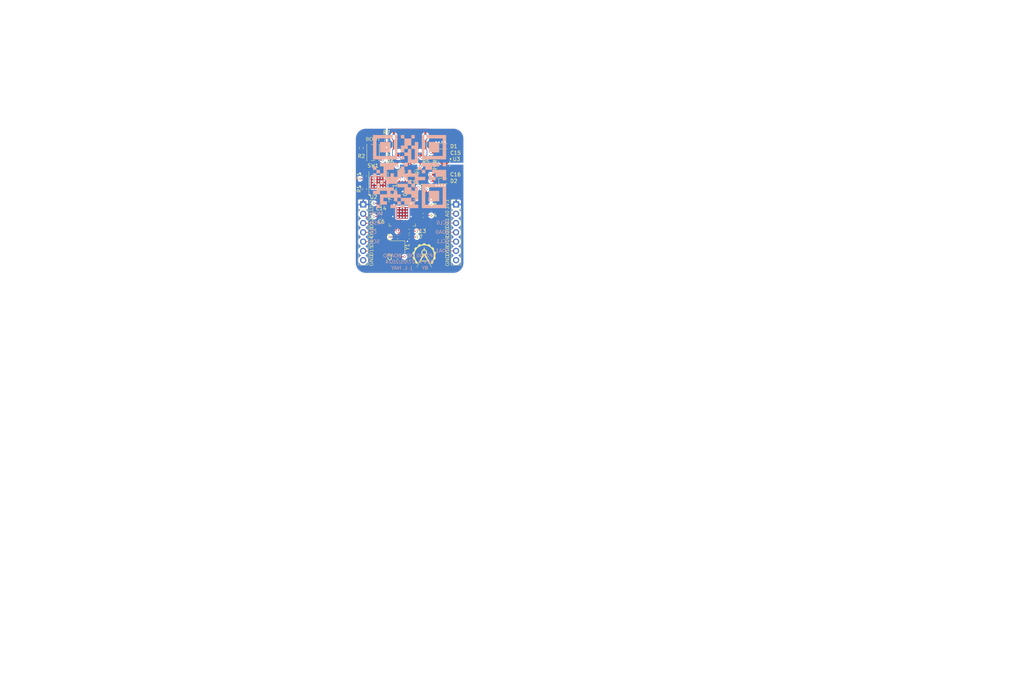
<source format=kicad_pcb>
(kicad_pcb (version 20221018) (generator pcbnew)
  (layers (0 "F.Cu" signal) (1 "In1.Cu" signal) (2 "In2.Cu" signal) (31 "B.Cu" signal) (34 "B.Paste" user) (35 "F.Paste" user) (36 "B.SilkS" user "B.Silkscreen") (37 "F.SilkS" user "F.Silkscreen") (38 "B.Mask" user) (39 "F.Mask" user) (44 "Edge.Cuts" user))
  (net 0 "")
  (net 1 "/CTR_PIO7")
  (net 2 "/SNS_ADC3")
  (net 3 "/CTR_PIO22")
  (net 4 "Net-(R2-Pad1)")
  (net 5 "/USB_D_P")
  (net 6 "/CTR_PIO21")
  (net 7 "/CTR_PIO10")
  (net 8 "/CTR_PIO0")
  (net 9 "/USB_D_N")
  (net 10 "/CONN_USB_D_P")
  (net 11 "/CONN_USB_D_N")
  (net 12 "/PWR_MCU_1V1")
  (net 13 "/FLASH_D3")
  (net 14 "/FLASH_CLK")
  (net 15 "/FLASH_D0")
  (net 16 "/FLASH_D2")
  (net 17 "/FLASH_D1")
  (net 18 "/FLASH_~{CS}")
  (net 19 "GND")
  (net 20 "/PWR_3V3")
  (net 21 "Net-(J1-CC1)")
  (net 22 "Net-(J1-CC2)")
  (net 23 "/PWR_5V")
  (net 26 "Earth")
  (net 27 "/MCU_XIN")
  (net 28 "/MCU_XOUT")
  (net 29 "/SNS_ADC0")
  (net 30 "/CTR_PIO25")
  (net 31 "/CTR_PIO24")
  (net 32 "/CTR_PIO23")
  (net 33 "/CTR_PIO20")
  (net 34 "/CTR_PIO19")
  (net 35 "/CTR_PIO18")
  (net 36 "/CTR_PIO17")
  (net 37 "/CTR_PIO16")
  (net 38 "/~{MCU_RESET}")
  (net 39 "/MCU_SWDIO")
  (net 40 "/MCU_SWCLK")
  (net 41 "/CTR_PIO15")
  (net 42 "/CTR_PIO14")
  (net 43 "/CTR_PIO13")
  (net 44 "/CTR_PIO12")
  (net 45 "/CTR_PIO11")
  (net 46 "/CTR_PIO9")
  (net 47 "/CTR_PIO8")
  (net 48 "/CTR_PIO6")
  (net 49 "/CTR_PIO5")
  (net 50 "/CTR_PIO4")
  (net 51 "/CTR_PIO3")
  (net 52 "/CTR_PIO2")
  (net 53 "/CTR_PIO1")
  (net 54 "/SNS_ADC2")
  (net 55 "/SNS_ADC1")
  (net 57 "Net-(D1-K)")
  (net 58 "Net-(D2-K)")
  (footprint "LED_SMD:LED_0603_1608Metric" (layer "F.Cu") (at 131.45 50)
    (fp_text reference "D1")
    (fp_text value "LED_Y")
  )
  (footprint "Capacitor_SMD:C_0603_1608Metric" (layer "F.Cu") (at 131.45 57.7 180)
    (fp_text reference "C16")
    (fp_text value "1u")
  )
  (footprint "Package_DFN_QFN:QFN-56-1EP_7x7mm_P0.4mm_EP3.2x3.2mm" (layer "F.Cu") (at 120 68.2)
    (fp_text reference "U1")
    (fp_text value "RP2040")
  )
  (footprint "Capacitor_SMD:C_0603_1608Metric" (layer "F.Cu") (at 125.775 66.1)
    (fp_text reference "C8")
    (fp_text value "100n")
  )
  (footprint "Crystal:Crystal_SMD_Abracon_ABM8AIG-4Pin_3.2x2.5mm" (layer "F.Cu") (at 118.7 77.5 180)
    (fp_text reference "Y1")
    (fp_text value "12MHz")
  )
  (footprint "Resistor_SMD:R_0603_1608Metric" (layer "F.Cu") (at 119.425 54.2 180)
    (fp_text reference "R6")
    (fp_text value "5k1")
  )
  (footprint "Package_TO_SOT_SMD:SOT-23-5" (layer "F.Cu") (at 131.45 54.7625 -90)
    (fp_text reference "U3")
    (fp_text value "TLV70233")
  )
  (footprint "Connector_PinHeader_2.54mm:PinHeader_1x07_P2.54mm_Vertical" (layer "F.Cu") (at 134.7 65.9)
    (fp_text reference "J2" hide)
    (fp_text value "Conn_01x07")
  )
  (footprint "Connector_PinHeader_2.54mm:PinHeader_1x07_P2.54mm_Vertical" (layer "F.Cu") (at 109.3 65.9)
    (fp_text reference "J3" hide)
    (fp_text value "Conn_01x07")
  )
  (footprint "Resistor_SMD:R_0603_1608Metric" (layer "F.Cu") (at 109.695 61.7 -90)
    (fp_text reference "R1")
    (fp_text value "10k")
  )
  (footprint "LOGO" (layer "F.Cu") (at 126 79.9)
    (fp_text reference "G***" hide)
    (fp_text value "LOGO" hide)
  )
  (footprint "LED_SMD:LED_0603_1608Metric" (layer "F.Cu") (at 131.45 59.5)
    (fp_text reference "D2")
    (fp_text value "LED_Y")
  )
  (footprint "Capacitor_SMD:C_0603_1608Metric" (layer "F.Cu") (at 125.775 64.5)
    (fp_text reference "C9")
    (fp_text value "100n")
  )
  (footprint "Capacitor_SMD:C_0603_1608Metric" (layer "F.Cu") (at 118.7 80.2 180)
    (fp_text reference "C2")
    (fp_text value "15p")
  )
  (footprint "Capacitor_SMD:C_0603_1608Metric" (layer "F.Cu") (at 131.45 51.8 180)
    (fp_text reference "C15")
    (fp_text value "1u")
  )
  (footprint "Capacitor_SMD:C_0603_1608Metric" (layer "F.Cu") (at 120.8 60.8 90)
    (fp_text reference "C5")
    (fp_text value "100n")
  )
  (footprint "Capacitor_SMD:C_0603_1608Metric" (layer "F.Cu") (at 118.7 74.8)
    (fp_text reference "C3")
    (fp_text value "15p")
  )
  (footprint "Resistor_SMD:R_0603_1608Metric" (layer "F.Cu") (at 124.075 54.2)
    (fp_text reference "R5")
    (fp_text value "5k1")
  )
  (footprint "Button_Switch_SMD:SW_SPST_PTS810" (layer "F.Cu") (at 112 51.7 90)
    (fp_text reference "SW1")
    (fp_text value "BOOT_SEL")
  )
  (footprint "Resistor_SMD:R_0603_1608Metric" (layer "F.Cu") (at 129 58.6 90)
    (fp_text reference "R9")
    (fp_text value "1k")
  )
  (footprint "Connector_USB:USB_C_Receptacle_GCT_USB4105-xx-A_16P_TopMnt_Horizontal" (layer "F.Cu") (at 122 48.6 180)
    (fp_text reference "J1")
    (fp_text value "USB_C_Receptacle_USB2.0_16P")
  )
  (footprint "Capacitor_SMD:C_0603_1608Metric" (layer "F.Cu") (at 125.775 62.9)
    (fp_text reference "C10")
    (fp_text value "1u")
  )
  (footprint "Resistor_SMD:R_0603_1608Metric" (layer "F.Cu") (at 121.2 56.825 -90)
    (fp_text reference "R3")
    (fp_text value "27R")
  )
  (footprint "Capacitor_SMD:C_0603_1608Metric" (layer "F.Cu") (at 123.2 62 90)
    (fp_text reference "C11")
    (fp_text value "1u")
  )
  (footprint "Resistor_SMD:R_0603_1608Metric" (layer "F.Cu") (at 122.8 56.825 -90)
    (fp_text reference "R4")
    (fp_text value "27R")
  )
  (footprint "Resistor_SMD:R_0603_1608Metric" (layer "F.Cu") (at 108.8 50.45 -90)
    (fp_text reference "R2")
    (fp_text value "1k")
  )
  (footprint "Capacitor_SMD:C_0603_1608Metric" (layer "F.Cu") (at 114.2 65.6 180)
    (fp_text reference "C14")
    (fp_text value "100n")
  )
  (footprint "Capacitor_SMD:C_0603_1608Metric" (layer "F.Cu") (at 121.9 73.2)
    (fp_text reference "C13")
    (fp_text value "100n")
  )
  (footprint "Capacitor_SMD:C_0603_1608Metric" (layer "F.Cu") (at 119.2 60.8 90)
    (fp_text reference "C12")
    (fp_text value "100n")
  )
  (footprint "Capacitor_SMD:C_0603_1608Metric" (layer "F.Cu") (at 109.695 58.1 -90)
    (fp_text reference "C1")
    (fp_text value "100n")
  )
  (footprint "Capacitor_SMD:C_0603_1608Metric" (layer "F.Cu") (at 121.9 74.8)
    (fp_text reference "C7")
    (fp_text value "100n")
  )
  (footprint "Capacitor_SMD:C_0603_1608Metric" (layer "F.Cu") (at 125.775 68.9)
    (fp_text reference "C4")
    (fp_text value "100n")
  )
  (footprint "Package_SON:WSON-8-1EP_6x5mm_P1.27mm_EP3.4x4.3mm" (layer "F.Cu") (at 113.495 59.9 90)
    (fp_text reference "U2")
    (fp_text value "W25Q128")
  )
  (footprint "Capacitor_SMD:C_0603_1608Metric" (layer "F.Cu") (at 114.2 69.2 180)
    (fp_text reference "C6")
    (fp_text value "100n")
  )
  (footprint "Resistor_SMD:R_0603_1608Metric" (layer "F.Cu") (at 129 50.9 -90)
    (fp_text reference "R8")
    (fp_text value "1k")
  )
  (footprint "Resistor_SMD:R_0603_1608Metric" (layer "F.Cu") (at 115.7 48.35 -90)
    (fp_text reference "R7")
    (fp_text value "0R")
  )
  (footprint "LOGO" (layer "B.Cu") (at 122 56.9 180)
    (fp_text reference "G***" hide)
    (fp_text value "LOGO" hide)
  )
  (gr_arc (start 134 44.9) (mid 136.12132 45.77868) (end 137 47.9) (stroke (width 0.05)) (layer "Edge.Cuts"))
  (gr_line (start 137 47.9) (end 137 81.9) (stroke (width 0.05)) (layer "Edge.Cuts"))
  (gr_line (start 134 84.9) (end 110 84.9) (stroke (width 0.05)) (layer "Edge.Cuts"))
  (gr_arc (start 137 81.9) (mid 136.12132 84.02132) (end 134 84.9) (stroke (width 0.05)) (layer "Edge.Cuts"))
  (gr_line (start 110 44.9) (end 134 44.9) (stroke (width 0.05)) (layer "Edge.Cuts"))
  (gr_line (start 107 81.9) (end 107 47.9) (stroke (width 0.05)) (layer "Edge.Cuts"))
  (gr_arc (start 110 84.9) (mid 107.87868 84.02132) (end 107 81.9) (stroke (width 0.05)) (layer "Edge.Cuts"))
  (gr_arc (start 107 47.9) (mid 107.87868 45.77868) (end 110 44.9) (stroke (width 0.05)) (layer "Edge.Cuts"))
  (gr_text "MOSI" (at 111.1 68.45) (layer "B.SilkS") (effects (font (size 1 1)) (justify right mirror)))
  (gr_text "MISO" (at 111.1 71) (layer "B.SilkS") (effects (font (size 1 1)) (justify right mirror)))
  (gr_text "~{CS}" (at 111.1 73.55) (layer "B.SilkS") (effects (font (size 1 1)) (justify right mirror)))
  (gr_text "SDA0" (at 132.85 73.5) (layer "B.SilkS") (effects (font (size 1 1)) (justify left mirror)))
  (gr_text "RP2040 DEV. BOARD\nREV A  27/05/2024\nBY      J. L. HAY" (at 122 83.9) (layer "B.SilkS") (effects (font (size 1 1)) (justify bottom mirror)))
  (gr_text "SDA1" (at 132.85 78.6) (layer "B.SilkS") (effects (font (size 1 1)) (justify left mirror)))
  (gr_text "SCK" (at 111.05 76.1) (layer "B.SilkS") (effects (font (size 1 1)) (justify right mirror)))
  (gr_text "SCL1" (at 132.85 76.05) (layer "B.SilkS") (effects (font (size 1 1)) (justify left mirror)))
  (gr_text "SCL0" (at 132.9 70.95) (layer "B.SilkS") (effects (font (size 1 1)) (justify left mirror)))
  (gr_text "3V3" (at 132.35 65.9 90) (layer "F.SilkS") (effects (font (size 1 1))))
  (gr_text "D18" (at 132.4 78.6 90) (layer "F.SilkS") (effects (font (size 1 1))))
  (gr_text "D13" (at 111.6 73.55 90) (layer "F.SilkS") (effects (font (size 1 1))))
  (gr_text "D20" (at 132.4 73.5 90) (layer "F.SilkS") (effects (font (size 1 1))))
  (gr_text "D11" (at 111.6 68.45 90) (layer "F.SilkS") (effects (font (size 1 1))))
  (gr_text "GND" (at 132.4 81.2 90) (layer "F.SilkS") (effects (font (size 1 1))))
  (gr_text "GND" (at 111.6 81.15 90) (layer "F.SilkS") (effects (font (size 1 1))))
  (gr_text "D14" (at 111.6 76.05 90) (layer "F.SilkS") (effects (font (size 1 1))))
  (gr_text "D15" (at 111.6 78.6 90) (layer "F.SilkS") (effects (font (size 1 1))))
  (gr_text "D19" (at 132.4 76.05 90) (layer "F.SilkS") (effects (font (size 1 1))))
  (gr_text "BOOT" (at 112 48.1) (layer "F.SilkS") (effects (font (size 1 1))))
  (gr_text "D12" (at 111.6 70.95 90) (layer "F.SilkS") (effects (font (size 1 1))))
  (gr_text "D21" (at 132.35 71 90) (layer "F.SilkS") (effects (font (size 1 1))))
  (gr_text "A0" (at 132.35 68.45 90) (layer "F.SilkS") (effects (font (size 1 1))))
  (gr_text "3V3" (at 111.6 65.9 90) (layer "F.SilkS") (effects (font (size 1 1))))
  (segment (start 110.925 49.625) (end 108.8 49.625) (width 0.2) (layer "F.Cu") (net 4))
  (segment (start 110.925 49.625) (end 110.925 53.775) (width 0.2) (layer "F.Cu") (net 4))
  (segment (start 121.758 58.920501) (end 121.758 62.4) (width 0.284) (layer "F.Cu") (net 5))
  (segment (start 121.2 57.65) (end 121.2 58.362501) (width 0.284) (layer "F.Cu") (net 5))
  (segment (start 121 64.7625) (end 121 63.434314) (width 0.2) (layer "F.Cu") (net 5))
  (segment (start 121.758 62.676314) (end 121.758 62.4) (width 0.2) (layer "F.Cu") (net 5))
  (segment (start 121.2 58.362501) (end 121.758 58.920501) (width 0.284) (layer "F.Cu") (net 5))
  (segment (start 121 63.434314) (end 121.758 62.676314) (width 0.2) (layer "F.Cu") (net 5))
  (segment (start 124.45 69.6) (end 125.15 70.3) (width 0.2) (layer "F.Cu") (net 6))
  (segment (start 125.15 70.3) (end 132.2 70.3) (width 0.2) (layer "F.Cu") (net 6))
  (segment (start 132.88 70.98) (end 134.7 70.98) (width 0.2) (layer "F.Cu") (net 6))
  (segment (start 132.2 70.3) (end 132.88 70.98) (width 0.2) (layer "F.Cu") (net 6))
  (segment (start 123.4375 69.6) (end 124.45 69.6) (width 0.2) (layer "F.Cu") (net 6))
  (segment (start 121.4 64.7625) (end 121.4 63.6) (width 0.2) (layer "F.Cu") (net 9))
  (segment (start 122.242 62.758) (end 122.242 62.4) (width 0.2) (layer "F.Cu") (net 9))
  (segment (start 122.8 57.65) (end 122.8 58.362501) (width 0.284) (layer "F.Cu") (net 9))
  (segment (start 121.4 63.6) (end 122.242 62.758) (width 0.2) (layer "F.Cu") (net 9))
  (segment (start 122.8 58.362501) (end 122.242 58.920501) (width 0.284) (layer "F.Cu") (net 9))
  (segment (start 122.242 58.920501) (end 122.242 62.4) (width 0.284) (layer "F.Cu") (net 9))
  (segment (start 121.25 53.142501) (end 121.258 53.150501) (width 0.284) (layer "F.Cu") (net 10))
  (segment (start 122.25 51.613194) (end 122.25 52.28) (width 0.284) (layer "F.Cu") (net 10))
  (segment (start 121.258 53.60024) (end 121.758 54.10024) (width 0.284) (layer "F.Cu") (net 10))
  (segment (start 121.999806 51.363) (end 122.25 51.613194) (width 0.284) (layer "F.Cu") (net 10))
  (segment (start 121.25 52.28) (end 121.25 53.142501) (width 0.284) (layer "F.Cu") (net 10))
  (segment (start 121.500194 51.363) (end 121.999806 51.363) (width 0.284) (layer "F.Cu") (net 10))
  (segment (start 121.258 53.150501) (end 121.258 53.60024) (width 0.284) (layer "F.Cu") (net 10))
  (segment (start 121.25 52.28) (end 121.25 51.613194) (width 0.284) (layer "F.Cu") (net 10))
  (segment (start 121.758 54.729499) (end 121.2 55.287499) (width 0.284) (layer "F.Cu") (net 10))
  (segment (start 121.758 54.10024) (end 121.758 54.729499) (width 0.284) (layer "F.Cu") (net 10))
  (segment (start 121.2 55.287499) (end 121.2 56) (width 0.284) (layer "F.Cu") (net 10))
  (segment (start 121.25 51.613194) (end 121.500194 51.363) (width 0.284) (layer "F.Cu") (net 10))
  (segment (start 122.8 55.287499) (end 122.8 56) (width 0.284) (layer "F.Cu") (net 11))
  (segment (start 121.75 53.142501) (end 121.742 53.150501) (width 0.284) (layer "F.Cu") (net 11))
  (segment (start 121.742 53.150501) (end 121.742 53.39976) (width 0.284) (layer "F.Cu") (net 11))
  (segment (start 122.242 53.89976) (end 122.75 53.39176) (width 0.284) (layer "F.Cu") (net 11))
  (segment (start 122.242 54.729499) (end 122.8 55.287499) (width 0.284) (layer "F.Cu") (net 11))
  (segment (start 121.75 52.28) (end 121.75 53.142501) (width 0.284) (layer "F.Cu") (net 11))
  (segment (start 121.742 53.39976) (end 122.242 53.89976) (width 0.284) (layer "F.Cu") (net 11))
  (segment (start 122.75 53.39176) (end 122.75 52.28) (width 0.284) (layer "F.Cu") (net 11))
  (segment (start 122.242 53.89976) (end 122.242 54.729499) (width 0.284) (layer "F.Cu") (net 11))
  (segment (start 119.2 62.6) (end 119.2 61.575) (width 0.2) (layer "F.Cu") (net 12))
  (segment (start 122.2 63.4) (end 122.575 63.4) (width 0.2) (layer "F.Cu") (net 12))
  (segment (start 118.8 65.7) (end 119.5 65.7) (width 0.2) (layer "F.Cu") (net 12))
  (segment (start 119.8 65.4) (end 119.8 64.7625) (width 0.2) (layer "F.Cu") (net 12))
  (segment (start 119.8 64.7625) (end 119.8 63.2) (width 0.2) (layer "F.Cu") (net 12))
  (segment (start 121.6 65.7) (end 120.1 65.7) (width 0.2) (layer "F.Cu") (net 12))
  (segment (start 121.8 65.5) (end 121.6 65.7) (width 0.2) (layer "F.Cu") (net 12))
  (segment (start 120.1 65.7) (end 119.8 65.4) (width 0.2) (layer "F.Cu") (net 12))
  (segment (start 120.6 71.10364) (end 120.395782 70.899422) (width 0.2) (layer "F.Cu") (net 12))
  (segment (start 119.5 65.7) (end 119.8 65.4) (width 0.2) (layer "F.Cu") (net 12))
  (segment (start 118 66.5) (end 118.8 65.7) (width 0.2) (layer "F.Cu") (net 12))
  (segment (start 118.3 70.2) (end 118 69.9) (width 0.2) (layer "F.Cu") (net 12))
  (segment (start 120.395782 70.895782) (end 119.7 70.2) (width 0.2) (layer "F.Cu") (net 12))
  (segment (start 122.575 63.4) (end 123.2 62.775) (width 0.2) (layer "F.Cu") (net 12))
  (segment (start 119.8 63.2) (end 119.2 62.6) (width 0.2) (layer "F.Cu") (net 12))
  (segment (start 121.8 64.7625) (end 121.8 65.5) (width 0.2) (layer "F.Cu") (net 12))
  (segment (start 121.8 63.8) (end 122.2 63.4) (width 0.2) (layer "F.Cu") (net 12))
  (segment (start 120.6 72.675) (end 121.125 73.2) (width 0.2) (layer "F.Cu") (net 12))
  (segment (start 120.395782 70.899422) (end 120.395782 70.895782) (width 0.2) (layer "F.Cu") (net 12))
  (segment (start 120.6 71.6375) (end 120.6 72.675) (width 0.2) (layer "F.Cu") (net 12))
  (segment (start 121.8 64.7625) (end 121.8 63.8) (width 0.2) (layer "F.Cu") (net 12))
  (segment (start 118 69.9) (end 118 66.5) (width 0.2) (layer "F.Cu") (net 12))
  (segment (start 120.6 71.6375) (end 120.6 71.10364) (width 0.2) (layer "F.Cu") (net 12))
  (segment (start 119.7 70.2) (end 118.3 70.2) (width 0.2) (layer "F.Cu") (net 12))
  (segment (start 119.4 64.7625) (end 119.4 63.365686) (width 0.2) (layer "F.Cu") (net 13))
  (segment (start 112.86 56.54) (end 112.86 57.2) (width 0.2) (layer "F.Cu") (net 13))
  (segment (start 116.8 55.5) (end 113.9 55.5) (width 0.2) (layer "F.Cu") (net 13))
  (segment (start 113.9 55.5) (end 112.86 56.54) (width 0.2) (layer "F.Cu") (net 13))
  (segment (start 118.2 56.9) (end 116.8 55.5) (width 0.2) (layer "F.Cu") (net 13))
  (segment (start 118.2 62.165686) (end 118.2 56.9) (width 0.2) (layer "F.Cu") (net 13))
  (segment (start 119.4 63.365686) (end 118.2 62.165686) (width 0.2) (layer "F.Cu") (net 13))
  (segment (start 119 64.7625) (end 119 63.602942) (width 0.2) (layer "F.Cu") (net 14))
  (segment (start 119 63.602942) (end 119 63.7) (width 0.2) (layer "F.Cu") (net 14))
  (segment (start 116.4 56.2) (end 117.5 57.3) (width 0.2) (layer "F.Cu") (net 14))
  (segment (start 114.13 56.47) (end 114.4 56.2) (width 0.2) (layer "F.Cu") (net 14))
  (segment (start 117.5 62.102942) (end 119 63.602942) (width 0.2) (layer "F.Cu") (net 14))
  (segment (start 117.5 57.3) (end 117.5 62.102942) (width 0.2) (layer "F.Cu") (net 14))
  (segment (start 114.4 56.2) (end 116.4 56.2) (width 0.2) (layer "F.Cu") (net 14))
  (segment (start 114.13 57.2) (end 114.13 56.47) (width 0.2) (layer "F.Cu") (net 14))
  (segment (start 116.8 57.6) (end 116.4 57.2) (width 0.2) (layer "F.Cu") (net 15))
  (segment (start 116.8 61.968628) (end 116.8 57.6) (width 0.2) (layer "F.Cu") (net 15))
  (segment (start 118.6 63.768628) (end 116.8 61.968628) (width 0.2) (layer "F.Cu") (net 15))
  (segment (start 118.6 64.7625) (end 118.6 63.768628) (width 0.2) (layer "F.Cu") (net 15))
  (segment (start 116.4 57.2) (end 115.4 57.2) (width 0.2) (layer "F.Cu") (net 15))
  (segment (start 114.4 63.6) (end 115.9 63.6) (width 0.2) (layer "F.Cu") (net 16))
  (segment (start 116.4 63.1) (end 117.365686 63.1) (width 0.2) (layer "F.Cu") (net 16))
  (segment (start 117.365686 63.1) (end 118.2 63.934314) (width 0.2) (layer "F.Cu") (net 16))
  (segment (start 114.13 63.33) (end 114.4 63.6) (width 0.2) (layer "F.Cu") (net 16))
  (segment (start 115.9 63.6) (end 116.4 63.1) (width 0.2) (layer "F.Cu") (net 16))
  (segment (start 114.13 62.6) (end 114.13 63.33) (width 0.2) (layer "F.Cu") (net 16))
  (segment (start 118.2 63.934314) (end 118.2 64.7625) (width 0.2) (layer "F.Cu") (net 16))
  (segment (start 117.8 64.7625) (end 117.8 64.1) (width 0.2) (layer "F.Cu") (net 17))
  (segment (start 116.2 64.2) (end 113.4 64.2) (width 0.2) (layer "F.Cu") (net 17))
  (segment (start 117.4 63.7) (end 116.7 63.7) (width 0.2) (layer "F.Cu") (net 17))
  (segment (start 112.86 63.66) (end 112.86 62.6) (width 0.2) (layer "F.Cu") (net 17))
  (segment (start 113.4 64.2) (end 112.86 63.66) (width 0.2) (layer "F.Cu") (net 17))
  (segment (start 116.7 63.7) (end 116.2 64.2) (width 0.2) (layer "F.Cu") (net 17))
  (segment (start 117.8 64.1) (end 117.4 63.7) (width 0.2) (layer "F.Cu") (net 17))
  (segment (start 111.59 62.6) (end 111.49 62.5) (width 0.2) (layer "F.Cu") (net 18))
  (segment (start 111.59 63.39) (end 111.59 62.6) (width 0.2) (layer "F.Cu") (net 18))
  (segment (start 113 64.8) (end 111.59 63.39) (width 0.2) (layer "F.Cu") (net 18))
  (segment (start 108.825 62.525) (end 109.695 62.525) (width 0.2) (layer "F.Cu") (net 18))
  (segment (start 117.3625 64.8) (end 113 64.8) (width 0.2) (layer "F.Cu") (net 18))
  (segment (start 108.8 51.275) (end 108.8 52.5) (width 0.2) (layer "F.Cu") (net 18))
  (segment (start 107.8 61.5) (end 108.825 62.525) (width 0.2) (layer "F.Cu") (net 18))
  (segment (start 107.8 53.5) (end 107.8 61.5) (width 0.2) (layer "F.Cu") (net 18))
  (segment (start 117.4 64.7625) (end 117.3625 64.8) (width 0.2) (layer "F.Cu") (net 18))
  (segment (start 109.72 62.5) (end 109.695 62.525) (width 0.2) (layer "F.Cu") (net 18))
  (segment (start 108.8 52.5) (end 107.8 53.5) (width 0.2) (layer "F.Cu") (net 18))
  (segment (start 111.49 62.5) (end 109.72 62.5) (width 0.2) (layer "F.Cu") (net 18))
  (segment (start 117.925 74.8) (end 117.925 75.575) (width 0.2) (layer "F.Cu") (net 19))
  (segment (start 131.45 52.575) (end 130.675 51.8) (width 0.5) (layer "F.Cu") (net 19))
  (segment (start 129 51.725) (end 127.8625 51.725) (width 0.5) (layer "F.Cu") (net 19))
  (segment (start 119.475 80.2) (end 119.475 79.475) (width 0.2) (layer "F.Cu") (net 19))
  (segment (start 127.9 68.9) (end 126.55 68.9) (width 0.2) (layer "F.Cu") (net 19))
  (segment (start 124.348272 61.225) (end 123.2 61.225) (width 0.2) (layer "F.Cu") (net 19))
  (segment (start 130.675 57.7) (end 130.6 57.775) (width 0.5) (layer "F.Cu") (net 19))
  (segment (start 118.67563 73.27563) (end 119 72.95126) (width 0.2) (layer "F.Cu") (net 19))
  (segment (start 112.3 65.6) (end 113.425 65.6) (width 0.2) (layer "F.Cu") (net 19))
  (segment (start 130.675 51.8) (end 130.6 51.725) (width 0.5) (layer "F.Cu") (net 19))
  (segment (start 131.45 53.625) (end 131.45 52.575) (width 0.5) (layer "F.Cu") (net 19))
  (segment (start 124 73.2) (end 122.675 73.2) (width 0.2) (layer "F.Cu") (net 19))
  (segment (start 113.075 53.775) (end 113.075 49.625) (width 0.2) (layer "F.Cu") (net 19))
  (segment (start 114.475 53.775) (end 114.6 53.9) (width 0.2) (layer "F.Cu") (net 19))
  (segment (start 125.2 53) (end 125.2 52.28) (width 0.4) (layer "F.Cu") (net 19))
  (segment (start 113.075 53.775) (end 114.475 53.775) (width 0.2) (layer "F.Cu") (net 19))
  (segment (start 115.4 62.6) (end 115.4 61.405) (width 0.2) (layer "F.Cu") (net 19))
  (segment (start 119.8 79.15) (end 119.8 78.3) (width 0.2) (layer "F.Cu") (net 19))
  (segment (start 127.8625 51.725) (end 127.8375 51.7) (width 0.5) (layer "F.Cu") (net 19))
  (segment (start 115.4 61.405) (end 115.095 61.1) (width 0.2) (layer "F.Cu") (net 19))
  (segment (start 115.7 49.175) (end 115.7 50.3) (width 0.5) (layer "F.Cu") (net 19))
  (segment (start 117.925 75.575) (end 117.6 75.9) (width 0.2) (layer "F.Cu") (net 19))
  (segment (start 130.6 57.775) (end 129 57.775) (width 0.5) (layer "F.Cu") (net 19))
  (segment (start 119 72.95126) (end 119 71.6375) (width 0.2) (layer "F.Cu") (net 19))
  (segment (start 126.55 62.9) (end 126.55 61.8) (width 0.2) (layer "F.Cu") (net 19))
  (segment (start 119.2 59) (end 119.2 60.025) (width 0.2) (layer "F.Cu") (net 19))
  (segment (start 118.8 53) (end 118.8 52.28) (width 0.4) (layer "F.Cu") (net 19))
  (segment (start 119.475 79.475) (end 119.8 79.15) (width 0.2) (layer "F.Cu") (net 19))
  (segment (start 118.6 54.2) (end 118.6 55.4) (width 0.2) (layer "F.Cu") (net 19))
  (segment (start 108.4 58.875) (end 109.695 58.875) (width 0.2) (layer "F.Cu") (net 19))
  (segment (start 120.6 80.2) (end 119.475 80.2) (width 0.2) (layer "F.Cu") (net 19))
  (segment (start 126.55 66.1) (end 127.9 66.1) (width 0.2) (layer "F.Cu") (net 19))
  (segment (start 127.9 64.5) (end 126.55 64.5) (width 0.2) (layer "F.Cu") (net 19))
  (segment (start 124 74.8) (end 122.675 74.8) (width 0.2) (layer "F.Cu") (net 19))
  (segment (start 130.6 51.725) (end 129 51.725) (width 0.5) (layer "F.Cu") (net 19))
  (segment (start 120.8 59) (end 120.8 60.025) (width 0.2) (layer "F.Cu") (net 19))
  (segment (start 117.6 75.9) (end 117.6 76.7) (width 0.2) (layer "F.Cu") (net 19))
  (segment (start 129 57.775) (end 127.925 57.775) (width 0.5) (layer "F.Cu") (net 19))
  (segment (start 116.6 74.8) (end 117.925 74.8) (width 0.2) (layer "F.Cu") (net 19))
  (segment (start 112.3 69.2) (end 113.425 69.2) (width 0.2) (layer "F.Cu") (net 19))
  (segment (start 124.9 54.2) (end 124.9 55.4) (width 0.2) (layer "F.Cu") (net 19))
  (via (at 121.2 67.8) (size 0.6) (drill 0.4) (layers "F.Cu" "B.Cu") (net 19))
  (via (at 111.895 58.7) (size 0.6) (drill 0.4) (layers "F.Cu" "B.Cu") (net 19))
  (via (at 112.695 59.5) (size 0.6) (drill 0.4) (layers "F.Cu" "B.Cu") (net 19))
  (via (at 115.7 50.3) (size 0.6) (drill 0.4) (layers "F.Cu" "B.Cu") (net 19))
  (via (at 115.095 60.3) (size 0.6) (drill 0.4) (layers "F.Cu" "B.Cu") (net 19))
  (via (at 114.6 53.775) (size 0.6) (drill 0.4) (layers "F.Cu" "B.Cu") (net 19))
  (via (at 118.8 67) (size 0.6) (drill 0.4) (layers "F.Cu" "B.Cu") (net 19))
  (via (at 118.8 67.8) (size 0.6) (drill 0.4) (layers "F.Cu" "B.Cu") (net 19))
  (via (at 115.095 59.5) (size 0.6) (drill 0.4) (layers "F.Cu" "B.Cu") (net 19))
  (via (at 118.8 68.6) (size 0.6) (drill 0.4) (layers "F.Cu" "B.Cu") (net 19))
  (via (at 113.495 59.5) (size 0.6) (drill 0.4) (layers "F.Cu" "B.Cu") (net 19))
  (via (at 120.4 69.4) (size 0.6) (drill 0.4) (layers "F.Cu" "B.Cu") (net 19))
  (via (at 127.85 57.775) (size 0.6) (drill 0.4) (layers "F.Cu" "B.Cu") (net 19))
  (via (at 118.67563 73.27563) (size 0.6) (drill 0.4) (layers "F.Cu" "B.Cu") (net 19))
  (via (at 120.4 67.8) (size 0.6) (drill 0.4) (layers "F.Cu" "B.Cu") (net 19))
  (via (at 119.6 69.4) (size 0.6) (drill 0.4) (layers "F.Cu" "B.Cu") (net 19))
  (via (at 119.6 67.8) (size 0.6) (drill 0.4) (layers "F.Cu" "B.Cu") (net 19))
  (via (at 114.295 59.5) (size 0.6) (drill 0.4) (layers "F.Cu" "B.Cu") (net 19))
  (via (at 120.4 67) (size 0.6) (drill 0.4) (layers "F.Cu" "B.Cu") (net 19))
  (via (at 120.8 59) (size 0.6) (drill 0.4) (layers "F.Cu" "B.Cu") (net 19))
  (via (at 112.3 65.6) (size 0.6) (drill 0.4) (layers "F.Cu" "B.Cu") (net 19))
  (via (at 124 73.2) (size 0.6) (drill 0.4) (layers "F.Cu" "B.Cu") (net 19))
  (via (at 115.095 61.1) (size 0.6) (drill 0.4) (layers "F.Cu" "B.Cu") (net 19))
  (via (at 112.695 60.3) (size 0.6) (drill 0.4) (layers "F.Cu" "B.Cu") (net 19))
  (via (at 127.8375 51.725) (size 0.6) (drill 0.4) (layers "F.Cu" "B.Cu") (net 19))
  (via (at 127.9 64.5) (size 0.6) (drill 0.4) (layers "F.Cu" "B.Cu") (net 19))
  (via (at 118.6 55.4) (size 0.6) (drill 0.4) (layers "F.Cu" "B.Cu") (net 19))
  (via (at 112.695 61.1) (size 0.6) (drill 0.4) (layers "F.Cu" "B.Cu") (net 19))
  (via (at 112.3 69.2) (size 0.6) (drill 0.4) (layers "F.Cu" "B.Cu") (net 19))
  (via (at 113.495 61.1) (size 0.6) (drill 0.4) (layers "F.Cu" "B.Cu") (net 19))
  (via (at 112.695 58.7) (size 0.6) (drill 0.4) (layers "F.Cu" "B.Cu") (net 19))
  (via (at 120.6 80.2) (size 0.6) (drill 0.4) (layers "F.Cu" "B.Cu") (net 19))
  (via (at 119.6 68.6) (size 0.6) (drill 0.4) (layers "F.Cu" "B.Cu") (net 19))
  (via (at 125.2 53) (size 0.6) (drill 0.4) (layers "F.Cu" "B.Cu") (net 19))
  (via (at 114.295 60.3) (size 0.6) (drill 0.4) (layers "F.Cu" "B.Cu") (net 19))
  (via (at 124.9 55.4) (size 0.6) (drill 0.4) (layers "F.Cu" "B.Cu") (net 19))
  (via (at 108.4 58.875) (size 0.6) (drill 0.4) (layers "F.Cu" "B.Cu") (net 19))
  (via (at 111.895 61.1) (size 0.6) (drill 0.4) (layers "F.Cu" "B.Cu") (net 19))
  (via (at 115.095 58.7) (size 0.6) (drill 0.4) (layers "F.Cu" "B.Cu") (net 19))
  (via (at 119.6 67) (size 0.6) (drill 0.4) (layers "F.Cu" "B.Cu") (net 19))
  (via (at 114.295 61.1) (size 0.6) (drill 0.4) (layers "F.Cu" "B.Cu") (net 19))
  (via (at 114.295 58.7) (size 0.6) (drill 0.4) (layers "F.Cu" "B.Cu") (net 19))
  (via (at 127.9 66.1) (size 0.6) (drill 0.4) (layers "F.Cu" "B.Cu") (net 19))
  (via (at 113.495 58.7) (size 0.6) (drill 0.4) (layers "F.Cu" "B.Cu") (net 19))
  (via (at 127.9 68.9) (size 0.6) (drill 0.4) (layers "F.Cu" "B.Cu") (net 19))
  (via (at 111.895 59.5) (size 0.6) (drill 0.4) (layers "F.Cu" "B.Cu") (net 19))
  (via (at 113.495 60.3) (size 0.6) (drill 0.4) (layers "F.Cu" "B.Cu") (net 19))
  (via (at 118.8 53) (size 0.6) (drill 0.4) (layers "F.Cu" "B.Cu") (net 19))
  (via (at 119.2 59) (size 0.6) (drill 0.4) (layers "F.Cu" "B.Cu") (net 19))
  (via (at 116.6 74.8) (size 0.6) (drill 0.4) (layers "F.Cu" "B.Cu") (net 19))
  (via (at 121.2 67) (size 0.6) (drill 0.4) (layers "F.Cu" "B.Cu") (net 19))
  (via (at 121.2 68.6) (size 0.6) (drill 0.4) (layers "F.Cu" "B.Cu") (net 19))
  (via (at 124 74.8) (size 0.6) (drill 0.4) (layers "F.Cu" "B.Cu") (net 19))
  (via (at 120.4 68.6) (size 0.6) (drill 0.4) (layers "F.Cu" "B.Cu") (net 19))
  (via (at 126.55 61.8) (size 0.6) (drill 0.4) (layers "F.Cu" "B.Cu") (net 19))
  (via (at 111.895 60.3) (size 0.6) (drill 0.4) (layers "F.Cu" "B.Cu") (net 19))
  (via (at 124.348272 61.225) (size 0.6) (drill 0.4) (layers "F.Cu" "B.Cu") (net 19))
  (via (at 118.8 69.4) (size 0.6) (drill 0.4) (layers "F.Cu" "B.Cu") (net 19))
  (via (at 121.2 69.4) (size 0.6) (drill 0.4) (layers "F.Cu" "B.Cu") (net 19))
  (segment (start 116.5625 65.6) (end 115.175 65.6) (width 0.2) (layer "F.Cu") (net 20))
  (segment (start 120 62.4) (end 120 62.375) (width 0.2) (layer "F.Cu") (net 20))
  (segment (start 120.4 64) (end 120.2 63.8) (width 0.2) (layer "F.Cu") (net 20))
  (segment (start 124.1 63.8) (end 122.365686 63.8) (width 0.2) (layer "F.Cu") (net 20))
  (segment (start 120.2 64.7625) (end 120.2 64.2) (width 0.2) (layer "F.Cu") (net 20))
  (segment (start 120.6 64.2) (end 120.4 64) (width 0.2) (layer "F.Cu") (net 20))
  (segment (start 120.2 64.2) (end 120.2 63.8) (width 0.2) (layer "F.Cu") (net 20))
  (segment (start 115.175 65.6) (end 114.975 65.8) (width 0.2) (layer "F.Cu") (net 20))
  (segment (start 121.4 76) (end 121.125 75.725) (width 0.2) (layer "F.Cu") (net 20))
  (segment (start 123.4375 69.2) (end 125 69.2) (width 0.2) (layer "F.Cu") (net 20))
  (segment (start 109.695 57.325) (end 111.465 57.325) (width 0.2) (layer "F.Cu") (net 20))
  (segment (start 120.2 71.6375) (end 120.2 73.875) (width 0.2) (layer "F.Cu") (net 20))
  (segment (start 123.4375 69.2) (end 122.4 69.2) (width 0.2) (layer "F.Cu") (net 20))
  (segment (start 132.4 56.9) (end 132.4 55.9) (width 0.5) (layer "F.Cu") (net 20))
  (segment (start 120.2 64.2) (end 120.4 64) (width 0.2) (layer "F.Cu") (net 20))
  (segment (start 125 62.9) (end 125 61.8) (width 0.2) (layer "F.Cu") (net 20))
  (segment (start 123.4375 65.6) (end 124.5 65.6) (width 0.2) (layer "F.Cu") (net 20))
  (segment (start 132.2375 57.7125) (end 132.225 57.7) (width 0.5) (layer "F.Cu") (net 20))
  (segment (start 120.6 64.7625) (end 120.6 64.2) (width 0.2) (layer "F.Cu") (net 20))
  (segment (start 125 62.9) (end 124.1 63.8) (width 0.2) (layer "F.Cu") (net 20))
  (segment (start 122.2 64.7625) (end 122.2 64.331372) (width 0.2) (layer "F.Cu") (net 20))
  (segment (start 132.225 57.7) (end 132.225 57.075) (width 0.5) (layer "F.Cu") (net 20))
  (segment (start 108.4 57.325) (end 109.695 57.325) (width 0.2) (layer "F.Cu") (net 20))
  (segment (start 120 62.375) (end 120.8 61.575) (width 0.2) (layer "F.Cu") (net 20))
  (segment (start 132.2375 59.5) (end 132.2375 60.4) (width 0.5) (layer "F.Cu") (net 20))
  (segment (start 120.2 63.8) (end 120.2 63.2) (width 0.2) (layer "F.Cu") (net 20))
  (segment (start 130.8375 60.7) (end 130.0375 60.7) (width 0.5) (layer "F.Cu") (net 20))
  (segment (start 108.4 60.875) (end 109.695 60.875) (width 0.2) (layer "F.Cu") (net 20))
  (segment (start 132.2375 60.4) (end 131.9375 60.7) (width 0.5) (layer "F.Cu") (net 20))
  (segment (start 122.2 63.965686) (end 122.2 64.7625) (width 0.2) (layer "F.Cu") (net 20))
  (segment (start 116.5625 69.2) (end 117.4 69.2) (width 0.2) (layer "F.Cu") (net 20))
  (segment (start 120.8 62.6) (end 120.8 61.575) (width 0.2) (layer "F.Cu") (net 20))
  (segment (start 122.6 64.7625) (end 124.7375 64.7625) (width 0.2) (layer "F.Cu") (net 20))
  (segment (start 120.2 73.875) (end 121.125 74.8) (width 0.2) (layer "F.Cu") (net 20))
  (segment (start 124.7375 64.7625) (end 125 64.5) (width 0.2) (layer "F.Cu") (net 20))
  (segment (start 120.2 63.2) (end 120.8 62.6) (width 0.2) (layer "F.Cu") (net 20))
  (segment (start 132.2375 59.5) (end 132.2375 57.7125) (width 0.5) (layer "F.Cu") (net 20))
  (segment (start 122.4 65.6) (end 123.4375 65.6) (width 0.2) (layer "F.Cu") (net 20))
  (segment (start 111.465 57.325) (end 111.59 57.2) (width 0.2) (layer "F.Cu") (net 20))
  (segment (start 117.7 65.9) (end 117.4 65.6) (width 0.2) (layer "F.Cu") (net 20))
  (segment (start 132.225 57.075) (end 132.4 56.9) (width 0.5) (layer "F.Cu") (net 20))
  (segment (start 114.975 69.2) (end 116.5625 69.2) (width 0.2) (layer "F.Cu") (net 20))
  (segment (start 131.6375 60.7) (end 130.8375 60.7) (width 0.5) (layer "F.Cu") (net 20))
  (segment (start 117.4 65.6) (end 116.5625 65.6) (width 0.2) (layer "F.Cu") (net 20))
  (segment (start 124.5 65.6) (end 125 66.1) (width 0.2) (layer "F.Cu") (net 20))
  (segment (start 121.125 75.725) (end 121.125 74.8) (width 0.2) (layer "F.Cu") (net 20))
  (segment (start 130.0375 60.7) (end 129.2375 60.7) (width 0.5) (layer "F.Cu") (net 20))
  (segment (start 122.365686 63.8) (end 122.2 63.965686) (width 0.2) (layer "F.Cu") (net 20))
  (segment (start 131.9375 60.7) (end 131.6375 60.7) (width 0.5) (layer "F.Cu") (net 20))
  (via (at 122.4 65.6) (size 0.6) (drill 0.4) (layers "F.Cu" "B.Cu") (net 20))
  (via (at 129.2375 60.7) (size 0.6) (drill 0.4) (layers "F.Cu" "B.Cu") (net 20))
  (via (at 130.8375 60.7) (size 0.6) (drill 0.4) (layers "F.Cu" "B.Cu") (net 20))
  (via (at 124 64.7625) (size 0.6) (drill 0.4) (layers "F.Cu" "B.Cu") (net 20))
  (via (at 131.6375 60.7) (size 0.6) (drill 0.4) (layers "F.Cu" "B.Cu") (net 20))
  (via (at 125 61.8) (size 0.6) (drill 0.4) (layers "F.Cu" "B.Cu") (net 20))
  (via (at 121.4 76) (size 0.6) (drill 0.4) (layers "F.Cu" "B.Cu") (net 20))
  (via (at 130.0375 60.7) (size 0.6) (drill 0.4) (layers "F.Cu" "B.Cu") (net 20))
  (via (at 117.7 65.9) (size 0.6) (drill 0.4) (layers "F.Cu" "B.Cu") (net 20))
  (via (at 117.4 69.2) (size 0.6) (drill 0.4) (layers "F.Cu" "B.Cu") (net 20))
  (via (at 122.4 69.2) (size 0.6) (drill 0.4) (layers "F.Cu" "B.Cu") (net 20))
  (via (at 108.4 60.875) (size 0.6) (drill 0.4) (layers "F.Cu" "B.Cu") (net 20))
  (via (at 108.4 57.325) (size 0.6) (drill 0.4) (layers "F.Cu" "B.Cu") (net 20))
  (via (at 120 62.4) (size 0.6) (drill 0.4) (layers "F.Cu" "B.Cu") (net 20))
  (segment (start 123.25 52.28) (end 123.25 54.2) (width 0.2) (layer "F.Cu") (net 21))
  (segment (start 120.25 54.2) (end 120.25 52.28) (width 0.2) (layer "F.Cu") (net 22))
  (segment (start 130.05 48.825) (end 129.25 48.825) (width 0.5) (layer "F.Cu") (net 23))
  (segment (start 132.25 50.0125) (end 132.25 52.675) (width 0.5) (layer "F.Cu") (net 23))
  (segment (start 132.4 52.825) (end 132.4 53.625) (width 0.5) (layer "F.Cu") (net 23))
  (segment (start 132.2375 49.0125) (end 132.05 48.825) (width 0.5) (layer "F.Cu") (net 23))
  (segment (start 130.85 48.825) (end 130.05 48.825) (width 0.5) (layer "F.Cu") (net 23))
  (segment (start 132.4 54.41875) (end 132.03125 54.7875) (width 0.5) (layer "F.Cu") (net 23))
  (segment (start 132.25 52.675) (end 132.4 52.825) (width 0.5) (layer "F.Cu") (net 23))
  (segment (start 131.65 48.825) (end 130.85 48.825) (width 0.5) (layer "F.Cu") (net 23))
  (segment (start 132.4 53.625) (end 132.4 54.41875) (width 0.5) (layer "F.Cu") (net 23))
  (segment (start 131.884816 54.9) (end 131.05 54.9) (width 0.5) (layer "F.Cu") (net 23))
  (segment (start 130.5 54.35) (end 130.5 53.625) (width 0.5) (layer "F.Cu") (net 23))
  (segment (start 131.05 54.9) (end 130.5 54.35) (width 0.5) (layer "F.Cu") (net 23))
  (segment (start 132.03125 54.7875) (end 131.997316 54.7875) (width 0.5) (layer "F.Cu") (net 23))
  (segment (start 131.997316 54.7875) (end 131.884816 54.9) (width 0.5) (layer "F.Cu") (net 23))
  (segment (start 132.2375 50) (end 132.25 50.0125) (width 0.5) (layer "F.Cu") (net 23))
  (segment (start 132.05 48.825) (end 131.65 48.825) (width 0.5) (layer "F.Cu") (net 23))
  (segment (start 132.2375 50) (end 132.2375 49.0125) (width 0.5) (layer "F.Cu") (net 23))
  (via (at 129.25 48.825) (size 0.6) (drill 0.4) (layers "F.Cu" "B.Cu") (net 23))
  (via (at 131.65 48.825) (size 0.6) (drill 0.4) (layers "F.Cu" "B.Cu") (net 23))
  (via (at 130.85 48.825) (size 0.6) (drill 0.4) (layers "F.Cu" "B.Cu") (net 23))
  (via (at 119.6 53) (size 0.6) (drill 0.4) (layers "F.Cu" "B.Cu") (net 23))
  (via (at 130.05 48.825) (size 0.6) (drill 0.4) (layers "F.Cu" "B.Cu") (net 23))
  (via (at 124.4 53) (size 0.6) (drill 0.4) (layers "F.Cu" "B.Cu") (net 23))
  (segment (start 117.68 47.525) (end 115.7 47.525) (width 0.5) (layer "F.Cu") (net 26))
  (segment (start 118.7 78) (end 118.4 78.3) (width 0.2) (layer "F.Cu") (net 27))
  (segment (start 117.925 79.425) (end 117.925 80.2) (width 0.2) (layer "F.Cu") (net 27))
  (segment (start 119.4 71.6375) (end 119.4 73.399789) (width 0.2) (layer "F.Cu") (net 27))
  (segment (start 117.6 78.3) (end 117.6 79.1) (width 0.2) (layer "F.Cu") (net 27))
  (segment (start 118.4 78.3) (end 117.6 78.3) (width 0.2) (layer "F.Cu") (net 27))
  (segment (start 119.4 73.399789) (end 118.7 74.099789) (width 0.2) (layer "F.Cu") (net 27))
  (segment (start 117.6 79.1) (end 117.925 79.425) (width 0.2) (layer "F.Cu") (net 27))
  (segment (start 118.7 74.099789) (end 118.7 78) (width 0.2) (layer "F.Cu") (net 27))
  (segment (start 119.8 75.9) (end 119.8 76.7) (width 0.2) (layer "F.Cu") (net 28))
  (segment (start 119.475 74.8) (end 119.475 75.575) (width 0.2) (layer "F.Cu") (net 28))
  (segment (start 119.8 73.7) (end 119.5 74) (width 0.2) (layer "F.Cu") (net 28))
  (segment (start 119.475 75.575) (end 119.8 75.9) (width 0.2) (layer "F.Cu") (net 28))
  (segment (start 119.5 74.775) (end 119.475 74.8) (width 0.2) (layer "F.Cu") (net 28))
  (segment (start 119.5 74) (end 119.5 74.775) (width 0.2) (layer "F.Cu") (net 28))
  (segment (start 119.8 71.6375) (end 119.8 73.7) (width 0.2) (layer "F.Cu") (net 28))
  (segment (start 131.6 67.2) (end 132.84 68.44) (width 0.2) (layer "F.Cu") (net 29))
  (segment (start 123.4375 67.2) (end 131.6 67.2) (width 0.2) (layer "F.Cu") (net 29))
  (segment (start 132.84 68.44) (end 134.7 68.44) (width 0.2) (layer "F.Cu") (net 29))
  (segment (start 123.4375 70) (end 124.284314 70) (width 0.2) (layer "F.Cu") (net 33))
  (segment (start 124.284314 70) (end 126.184314 71.9) (width 0.2) (layer "F.Cu") (net 33))
  (segment (start 131.2 71.9) (end 132.82 73.52) (width 0.2) (layer "F.Cu") (net 33))
  (segment (start 132.82 73.52) (end 134.7 73.52) (width 0.2) (layer "F.Cu") (net 33))
  (segment (start 126.184314 71.9) (end 131.2 71.9) (width 0.2) (layer "F.Cu") (net 33))
  (segment (start 132.86 76.06) (end 134.7 76.06) (width 0.2) (layer "F.Cu") (net 34))
  (segment (start 127.418628 73.7) (end 130.5 73.7) (width 0.2) (layer "F.Cu") (net 34))
  (segment (start 130.5 73.7) (end 132.86 76.06) (width 0.2) (layer "F.Cu") (net 34))
  (segment (start 124.118628 70.4) (end 127.418628 73.7) (width 0.2) (layer "F.Cu") (net 34))
  (segment (start 123.4375 70.4) (end 124.118628 70.4) (width 0.2) (layer "F.Cu") (net 34))
  (segment (start 123.4375 70.8) (end 123.4375 71.7375) (width 0.2) (layer "F.Cu") (net 35))
  (segment (start 127.4 75.7) (end 130 75.7) (width 0.2) (layer "F.Cu") (net 35))
  (segment (start 123.4375 71.7375) (end 127.4 75.7) (width 0.2) (layer "F.Cu") (net 35))
  (segment (start 130 75.7) (end 132.9 78.6) (width 0.2) (layer "F.Cu") (net 35))
  (segment (start 132.9 78.6) (end 134.7 78.6) (width 0.2) (layer "F.Cu") (net 35))
  (segment (start 117.352732 73.75) (end 118.6 72.502732) (width 0.2) (layer "F.Cu") (net 41))
  (segment (start 109.3 78.6) (end 111.15 78.6) (width 0.2) (layer "F.Cu") (net 41))
  (segment (start 111.15 78.6) (end 116 73.75) (width 0.2) (layer "F.Cu") (net 41))
  (segment (start 116 73.75) (end 117.352732 73.75) (width 0.2) (layer "F.Cu") (net 41))
  (segment (start 118.6 72.502732) (end 118.6 71.6375) (width 0.2) (layer "F.Cu") (net 41))
  (segment (start 118.2 72.337046) (end 117.437046 73.1) (width 0.2) (layer "F.Cu") (net 42))
  (segment (start 117.437046 73.1) (end 114.125 73.1) (width 0.2) (layer "F.Cu") (net 42))
  (segment (start 114.125 73.1) (end 111.165 76.06) (width 0.2) (layer "F.Cu") (net 42))
  (segment (start 118.2 71.6375) (end 118.2 72.337046) (width 0.2) (layer "F.Cu") (net 42))
  (segment (start 111.165 76.06) (end 109.3 76.06) (width 0.2) (layer "F.Cu") (net 42))
  (segment (start 117.52136 72.45) (end 111.65 72.45) (width 0.2) (layer "F.Cu") (net 43))
  (segment (start 117.8 72.17136) (end 117.52136 72.45) (width 0.2) (layer "F.Cu") (net 43))
  (segment (start 111.65 72.45) (end 110.58 73.52) (width 0.2) (layer "F.Cu") (net 43))
  (segment (start 117.8 71.6375) (end 117.8 72.17136) (width 0.2) (layer "F.Cu") (net 43))
  (segment (start 110.58 73.52) (end 109.3 73.52) (width 0.2) (layer "F.Cu") (net 43))
  (segment (start 110.6 71.05) (end 109.37 71.05) (width 0.2) (layer "F.Cu") (net 44))
  (segment (start 117.4 71.6375) (end 117.3875 71.65) (width 0.2) (layer "F.Cu") (net 44))
  (segment (start 111.2 71.65) (end 110.6 71.05) (width 0.2) (layer "F.Cu") (net 44))
  (segment (start 117.3875 71.65) (end 111.2 71.65) (width 0.2) (layer "F.Cu") (net 44))
  (segment (start 109.37 71.05) (end 109.3 70.98) (width 0.2) (layer "F.Cu") (net 44))
  (segment (start 109.3 68.44) (end 111.66 70.8) (width 0.2) (layer "F.Cu") (net 45))
  (segment (start 111.66 70.8) (end 116.5625 70.8) (width 0.2) (layer "F.Cu") (net 45))
  (segment (start 130.5875 50.075) (end 130.6625 50) (width 0.5) (layer "F.Cu") (net 57))
  (segment (start 129 50.075) (end 130.5875 50.075) (width 0.5) (layer "F.Cu") (net 57))
  (segment (start 129 59.425) (end 127.875 59.425) (width 0.5) (layer "F.Cu") (net 58))
  (segment (start 130.5875 59.425) (end 129 59.425) (width 0.5) (layer "F.Cu") (net 58))
  (segment (start 130.6625 59.5) (end 130.5875 59.425) (width 0.5) (layer "F.Cu") (net 58))
  (segment (start 127.875 59.425) (end 127.85 59.4) (width 0.5) (layer "F.Cu") (net 58))
  (via (at 127.85 59.4) (size 0.6) (drill 0.4) (layers "F.Cu" "B.Cu") (net 58))
  (zone (net 26) (net_name "Earth") (layers "F&B.Cu") (priority 1) (connect_pads (clearance 0.5)) (min_thickness 0.25) (fill yes (thermal_gap 0.5) (thermal_bridge_width 0.5))
    (polygon (pts (xy 116.7 53.3) (xy 116.7 44.9) (xy 127.3 44.9) (xy 127.3 53.3)))
  )
  (zone (net 20) (net_name "/PWR_3V3") (layer "B.Cu") (priority 2) (connect_pads (clearance 0.5)) (min_thickness 0.25) (fill yes (thermal_gap 0.5) (thermal_bridge_width 0.5))
    (polygon (pts (xy 10 10) (xy 290 10) (xy 290 200) (xy 10 200)))
  )
  (zone (net 23) (net_name "/PWR_5V") (layer "B.Cu") (priority 3) (connect_pads (clearance 0.5)) (min_thickness 0.25) (fill yes (thermal_gap 0.5) (thermal_bridge_width 0.5))
    (polygon (pts (xy 116 54.5) (xy 116 44.9) (xy 137 44.9) (xy 137 54.5)))
  )
)
</source>
